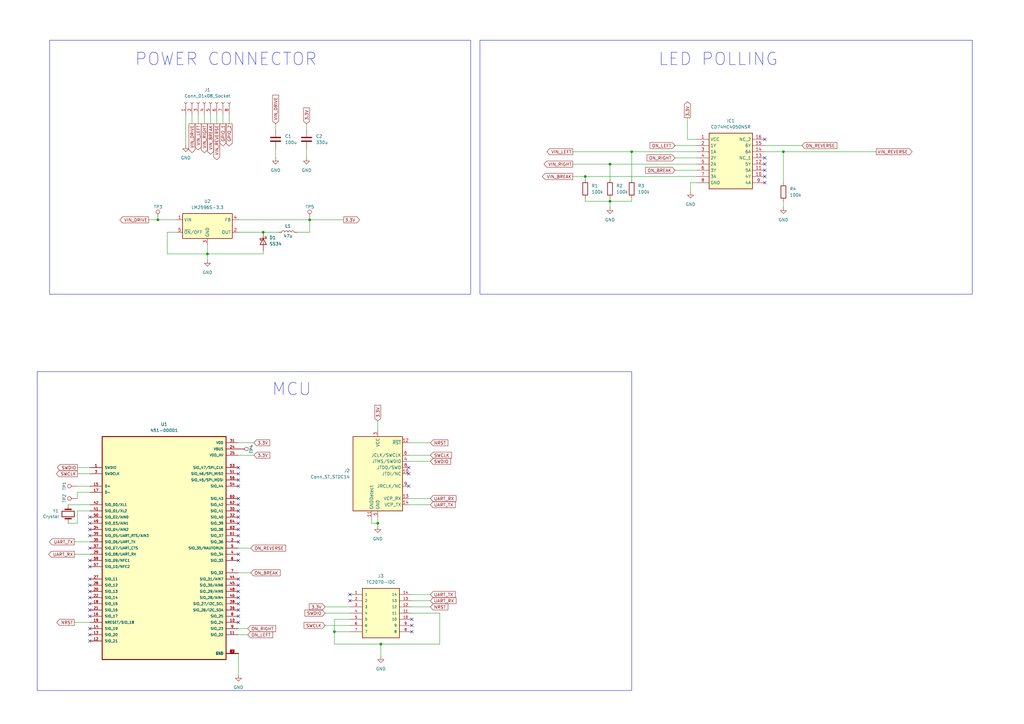
<source format=kicad_sch>
(kicad_sch (version 20231120) (generator "eeschema") (generator_version "8.0")
  (paper "A3")
  (title_block (title "ttl_receiver"))
  (lib_symbols
    (symbol "Connector:Conn_01x08_Socket" (pin_names (offset 1.016) hide)
      (property "Reference" "J" (at 0 10.16 0))
      (property "Value" "Conn_01x08_Socket" (at 0 -12.7 0))
      (symbol "Conn_01x08_Socket_1_1"
        (arc (start 0 -9.652) (mid -0.5058 -10.16) (end 0 -10.668) (stroke (width 0.1524)))
        (arc (start 0 -7.112) (mid -0.5058 -7.62) (end 0 -8.128) (stroke (width 0.1524)))
        (arc (start 0 -4.572) (mid -0.5058 -5.08) (end 0 -5.588) (stroke (width 0.1524)))
        (arc (start 0 -2.032) (mid -0.5058 -2.54) (end 0 -3.048) (stroke (width 0.1524)))
        (polyline (pts (xy -1.27 -10.16) (xy -0.508 -10.16)) (stroke (width 0.1524)))
        (polyline (pts (xy -1.27 -7.62) (xy -0.508 -7.62)) (stroke (width 0.1524)))
        (polyline (pts (xy -1.27 -5.08) (xy -0.508 -5.08)) (stroke (width 0.1524)))
        (polyline (pts (xy -1.27 -2.54) (xy -0.508 -2.54)) (stroke (width 0.1524)))
        (polyline (pts (xy -1.27 0) (xy -0.508 0)) (stroke (width 0.1524)))
        (polyline (pts (xy -1.27 2.54) (xy -0.508 2.54)) (stroke (width 0.1524)))
        (polyline (pts (xy -1.27 5.08) (xy -0.508 5.08)) (stroke (width 0.1524)))
        (polyline (pts (xy -1.27 7.62) (xy -0.508 7.62)) (stroke (width 0.1524)))
        (arc (start 0 0.508) (mid -0.5058 0) (end 0 -0.508) (stroke (width 0.1524)))
        (arc (start 0 3.048) (mid -0.5058 2.54) (end 0 2.032) (stroke (width 0.1524)))
        (arc (start 0 5.588) (mid -0.5058 5.08) (end 0 4.572) (stroke (width 0.1524)))
        (arc (start 0 8.128) (mid -0.5058 7.62) (end 0 7.112) (stroke (width 0.1524)))
        (pin passive line (at -5.08 7.62 0) (length 3.81) (name "Pin_1") (number "1"))
        (pin passive line (at -5.08 5.08 0) (length 3.81) (name "Pin_2") (number "2"))
        (pin passive line (at -5.08 2.54 0) (length 3.81) (name "Pin_3") (number "3"))
        (pin passive line (at -5.08 0 0) (length 3.81) (name "Pin_4") (number "4"))
        (pin passive line (at -5.08 -2.54 0) (length 3.81) (name "Pin_5") (number "5"))
        (pin passive line (at -5.08 -5.08 0) (length 3.81) (name "Pin_6") (number "6"))
        (pin passive line (at -5.08 -7.62 0) (length 3.81) (name "Pin_7") (number "7"))
        (pin passive line (at -5.08 -10.16 0) (length 3.81) (name "Pin_8") (number "8"))
      )
    )
    (symbol "Connector:Conn_ST_STDC14"
      (property "Reference" "J" (at -8.89 16.51 0))
      (property "Value" "Conn_ST_STDC14" (at 17.78 16.51 0))
      (symbol "Conn_ST_STDC14_0_1"
        (rectangle (start -10.16 15.24) (end 10.16 -15.24) (stroke (width 0.254)) (fill (type background)))
      )
      (symbol "Conn_ST_STDC14_1_1"
        (pin no_connect line (at -10.16 5.08 0) (length 2.54) hide (name "NC") (number "1"))
        (pin output line (at 12.7 0 180) (length 2.54) (name "JTDI/NC") (number "10"))
        (pin passive line (at -2.54 -17.78 90) (length 2.54) (name "GNDDetect") (number "11"))
        (pin open_collector line (at 12.7 12.7 180) (length 2.54) (name "~{RST}") (number "12"))
        (pin output line (at 12.7 -10.16 180) (length 2.54) (name "VCP_RX") (number "13"))
        (pin input line (at 12.7 -12.7 180) (length 2.54) (name "VCP_TX") (number "14"))
        (pin no_connect line (at -10.16 2.54 0) (length 2.54) hide (name "NC") (number "2"))
        (pin power_in line (at 0 17.78 270) (length 2.54) (name "VCC") (number "3"))
        (pin bidirectional line (at 12.7 5.08 180) (length 2.54) (name "JTMS/SWDIO") (number "4"))
        (pin power_in line (at 0 -17.78 90) (length 2.54) (name "GND") (number "5"))
        (pin output line (at 12.7 7.62 180) (length 2.54) (name "JCLK/SWCLK") (number "6"))
        (pin passive line (at 0 -17.78 90) (length 2.54) hide (name "GND") (number "7"))
        (pin input line (at 12.7 2.54 180) (length 2.54) (name "JTDO/SWO") (number "8"))
        (pin input line (at 12.7 -5.08 180) (length 2.54) (name "JRCLK/NC") (number "9"))
      )
    )
    (symbol "Connector:TestPoint" (pin_numbers hide) (pin_names (offset 0.762) hide)
      (property "Reference" "TP" (at 0 6.858 0))
      (property "Value" "TestPoint" (at 0 5.08 0))
      (symbol "TestPoint_0_1"
        (circle (center 0 3.302) (radius 0.762))
      )
      (symbol "TestPoint_1_1"
        (pin passive line (at 0 0 90) (length 2.54) (name "1") (number "1"))
      )
    )
    (symbol "Device:C" (pin_numbers hide) (pin_names (offset 0.254))
      (property "Reference" "C" (at 0.635 2.54 0))
      (property "Value" "C" (at 0.635 -2.54 0))
      (symbol "C_0_1"
        (polyline (pts (xy -2.032 -0.762) (xy 2.032 -0.762)) (stroke (width 0.508)))
        (polyline (pts (xy -2.032 0.762) (xy 2.032 0.762)) (stroke (width 0.508)))
      )
      (symbol "C_1_1"
        (pin passive line (at 0 3.81 270) (length 2.794) (name "~") (number "1"))
        (pin passive line (at 0 -3.81 90) (length 2.794) (name "~") (number "2"))
      )
    )
    (symbol "Device:Crystal" (pin_numbers hide) (pin_names (offset 1.016) hide)
      (property "Reference" "Y" (at 0 3.81 0))
      (property "Value" "Crystal" (at 0 -3.81 0))
      (symbol "Crystal_0_1"
        (rectangle (start -1.143 2.54) (end 1.143 -2.54) (stroke (width 0.3048)))
        (polyline (pts (xy -2.54 0) (xy -1.905 0)))
        (polyline (pts (xy -1.905 -1.27) (xy -1.905 1.27)) (stroke (width 0.508)))
        (polyline (pts (xy 1.905 -1.27) (xy 1.905 1.27)) (stroke (width 0.508)))
        (polyline (pts (xy 2.54 0) (xy 1.905 0)))
      )
      (symbol "Crystal_1_1"
        (pin passive line (at -3.81 0 0) (length 1.27) (name "1") (number "1"))
        (pin passive line (at 3.81 0 180) (length 1.27) (name "2") (number "2"))
      )
    )
    (symbol "Device:L" (pin_numbers hide) (pin_names (offset 1.016) hide)
      (property "Reference" "L" (at -1.27 0 90))
      (property "Value" "L" (at 1.905 0 90))
      (symbol "L_0_1"
        (arc (start 0 -2.54) (mid 0.6323 -1.905) (end 0 -1.27))
        (arc (start 0 -1.27) (mid 0.6323 -0.635) (end 0 0))
        (arc (start 0 0) (mid 0.6323 0.635) (end 0 1.27))
        (arc (start 0 1.27) (mid 0.6323 1.905) (end 0 2.54))
      )
      (symbol "L_1_1"
        (pin passive line (at 0 3.81 270) (length 1.27) (name "1") (number "1"))
        (pin passive line (at 0 -3.81 90) (length 1.27) (name "2") (number "2"))
      )
    )
    (symbol "Device:R" (pin_numbers hide) (pin_names (offset 0))
      (property "Reference" "R" (at 2.032 0 90))
      (property "Value" "R" (at 0 0 90))
      (symbol "R_0_1"
        (rectangle (start -1.016 -2.54) (end 1.016 2.54) (stroke (width 0.254)))
      )
      (symbol "R_1_1"
        (pin passive line (at 0 3.81 270) (length 1.27) (name "~") (number "1"))
        (pin passive line (at 0 -3.81 90) (length 1.27) (name "~") (number "2"))
      )
    )
    (symbol "Diode:SS34" (pin_numbers hide) (pin_names (offset 1.016) hide)
      (property "Reference" "D" (at 0 2.54 0))
      (property "Value" "SS34" (at 0 -2.54 0))
      (symbol "SS34_0_1"
        (polyline (pts (xy 1.27 0) (xy -1.27 0)))
        (polyline (pts (xy 1.27 1.27) (xy 1.27 -1.27) (xy -1.27 0) (xy 1.27 1.27)) (stroke (width 0.254)))
        (polyline (pts (xy -1.905 0.635) (xy -1.905 1.27) (xy -1.27 1.27) (xy -1.27 -1.27) (xy -0.635 -1.27) (xy -0.635 -0.635)) (stroke (width 0.254)))
      )
      (symbol "SS34_1_1"
        (pin passive line (at -3.81 0 0) (length 2.54) (name "K") (number "1"))
        (pin passive line (at 3.81 0 180) (length 2.54) (name "A") (number "2"))
      )
    )
    (symbol "Regulator_Switching:LM2596S-3.3"
      (property "Reference" "U" (at -10.16 6.35 0))
      (property "Value" "LM2596S-3.3" (at 0 6.35 0))
      (symbol "LM2596S-3.3_0_1"
        (rectangle (start -10.16 5.08) (end 10.16 -5.08) (stroke (width 0.254)) (fill (type background)))
      )
      (symbol "LM2596S-3.3_1_1"
        (pin power_in line (at -12.7 2.54 0) (length 2.54) (name "VIN") (number "1"))
        (pin output line (at 12.7 -2.54 180) (length 2.54) (name "OUT") (number "2"))
        (pin power_in line (at 0 -7.62 90) (length 2.54) (name "GND") (number "3"))
        (pin input line (at 12.7 2.54 180) (length 2.54) (name "FB") (number "4"))
        (pin input line (at -12.7 -2.54 0) (length 2.54) (name "~{ON}/OFF") (number "5"))
      )
    )
    (symbol "TTF_Library:451-00001" (pin_names (offset 1.016))
      (property "Reference" "U" (at -25.4413 45.7943 0))
      (property "Value" "451-00001" (at -25.4173 -48.2928 0))
      (symbol "451-00001_0_0"
        (rectangle (start -25.4 -45.72) (end 25.4 45.72) (stroke (width 0.4064)) (fill (type background)))
        (pin power_in line (at 30.48 -43.18 180) (length 5.08) (name "GND") (number "0"))
        (pin input line (at -30.48 33.02 0) (length 5.08) (name "SWDIO") (number "1"))
        (pin bidirectional line (at 30.48 -30.48 180) (length 5.08) (name "SIO_24") (number "10"))
        (pin bidirectional line (at 30.48 -35.56 180) (length 5.08) (name "SIO_22") (number "11"))
        (pin bidirectional line (at -30.48 -38.1 0) (length 5.08) (name "SIO_21") (number "12"))
        (pin bidirectional line (at -30.48 -35.56 0) (length 5.08) (name "SIO_20") (number "13"))
        (pin bidirectional line (at -30.48 -33.02 0) (length 5.08) (name "SIO_19") (number "14"))
        (pin bidirectional line (at -30.48 25.4 0) (length 5.08) (name "D+") (number "15"))
        (pin bidirectional line (at -30.48 -27.94 0) (length 5.08) (name "SIO_17") (number "16"))
        (pin bidirectional line (at -30.48 22.86 0) (length 5.08) (name "D-") (number "17"))
        (pin bidirectional line (at -30.48 -22.86 0) (length 5.08) (name "SIO_15") (number "18"))
        (pin bidirectional line (at -30.48 -30.48 0) (length 5.08) (name "NRESET/SIO_18") (number "19"))
        (pin bidirectional line (at 30.48 2.54 180) (length 5.08) (name "SIO_36") (number "2"))
        (pin bidirectional line (at -30.48 -17.78 0) (length 5.08) (name "SIO_13") (number "20"))
        (pin bidirectional line (at -30.48 -25.4 0) (length 5.08) (name "SIO_16") (number "21"))
        (pin bidirectional line (at -30.48 -20.32 0) (length 5.08) (name "SIO_14") (number "22"))
        (pin power_in line (at 30.48 -43.18 180) (length 5.08) (name "GND") (number "23"))
        (pin power_in line (at 30.48 40.64 180) (length 5.08) (name "VBUS") (number "24"))
        (pin power_in line (at 30.48 38.1 180) (length 5.08) (name "VDD_HV") (number "25"))
        (pin power_in line (at 30.48 -43.18 180) (length 5.08) (name "GND") (number "26"))
        (pin bidirectional line (at -30.48 -12.7 0) (length 5.08) (name "SIO_11") (number "27"))
        (pin bidirectional line (at -30.48 -15.24 0) (length 5.08) (name "SIO_12") (number "28"))
        (pin bidirectional line (at -30.48 -2.54 0) (length 5.08) (name "SIO_08/UART_RX") (number "29"))
        (pin bidirectional line (at -30.48 30.48 0) (length 5.08) (name "SWDCLK") (number "3"))
        (pin bidirectional line (at 30.48 15.24 180) (length 5.08) (name "SIO_41") (number "30"))
        (pin power_in line (at 30.48 43.18 180) (length 5.08) (name "VDD") (number "31"))
        (pin bidirectional line (at 30.48 12.7 180) (length 5.08) (name "SIO_40") (number "32"))
        (pin power_in line (at 30.48 -43.18 180) (length 5.08) (name "GND") (number "33"))
        (pin bidirectional line (at -30.48 7.62 0) (length 5.08) (name "SIO_04/AIN2") (number "34"))
        (pin bidirectional line (at -30.48 2.54 0) (length 5.08) (name "SIO_06/UART_TX") (number "35"))
        (pin bidirectional line (at 30.48 -25.4 180) (length 5.08) (name "SIO_26/I2C_SDA") (number "36"))
        (pin bidirectional line (at -30.48 0 0) (length 5.08) (name "SIO_07/UART_CTS") (number "37"))
        (pin bidirectional line (at 30.48 -22.86 180) (length 5.08) (name "SIO_27/I2C_SCL") (number "38"))
        (pin bidirectional line (at -30.48 5.08 0) (length 5.08) (name "SIO_05/UART_RTS/AIN3") (number "39"))
        (pin bidirectional line (at 30.48 -2.54 180) (length 5.08) (name "SIO_34") (number "4"))
        (pin power_in line (at 30.48 -43.18 180) (length 5.08) (name "GND") (number "40"))
        (pin bidirectional line (at -30.48 15.24 0) (length 5.08) (name "SIO_01/XL2") (number "41"))
        (pin bidirectional line (at -30.48 17.78 0) (length 5.08) (name "SIO_00/XL1") (number "42"))
        (pin power_in line (at 30.48 -43.18 180) (length 5.08) (name "GND") (number "43"))
        (pin bidirectional line (at 30.48 -12.7 180) (length 5.08) (name "SIO_31/AIN7") (number "44"))
        (pin bidirectional line (at 30.48 -15.24 180) (length 5.08) (name "SIO_30/AIN6") (number "45"))
        (pin bidirectional line (at 30.48 -20.32 180) (length 5.08) (name "SIO_28/AIN4") (number "46"))
        (pin power_in line (at 30.48 -43.18 180) (length 5.08) (name "GND") (number "47"))
        (pin bidirectional line (at 30.48 -17.78 180) (length 5.08) (name "SIO_29/AIN5") (number "48"))
        (pin bidirectional line (at -30.48 10.16 0) (length 5.08) (name "SIO_03/AIN1") (number "49"))
        (pin bidirectional line (at 30.48 0 180) (length 5.08) (name "SIO_35/NAUTORUN") (number "5"))
        (pin bidirectional line (at -30.48 12.7 0) (length 5.08) (name "SIO_02/AIN0") (number "50"))
        (pin bidirectional line (at 30.48 30.48 180) (length 5.08) (name "SIO_46/SPI_MISO") (number "51"))
        (pin power_in line (at 30.48 -43.18 180) (length 5.08) (name "GND") (number "52"))
        (pin bidirectional line (at 30.48 33.02 180) (length 5.08) (name "SIO_47/SPI_CLK") (number "53"))
        (pin bidirectional line (at 30.48 25.4 180) (length 5.08) (name "SIO_44") (number "54"))
        (pin power_in line (at 30.48 -43.18 180) (length 5.08) (name "GND") (number "55"))
        (pin bidirectional line (at 30.48 27.94 180) (length 5.08) (name "SIO_45/SPI_MOSI") (number "56"))
        (pin bidirectional line (at -30.48 -7.62 0) (length 5.08) (name "SIO_10/NFC2") (number "57"))
        (pin power_in line (at 30.48 -43.18 180) (length 5.08) (name "GND") (number "58"))
        (pin bidirectional line (at -30.48 -5.08 0) (length 5.08) (name "SIO_09/NFC1") (number "59"))
        (pin bidirectional line (at 30.48 -5.08 180) (length 5.08) (name "SIO_33") (number "6"))
        (pin bidirectional line (at 30.48 20.32 180) (length 5.08) (name "SIO_43") (number "60"))
        (pin bidirectional line (at 30.48 5.08 180) (length 5.08) (name "SIO_37") (number "61"))
        (pin bidirectional line (at 30.48 17.78 180) (length 5.08) (name "SIO_42") (number "62"))
        (pin bidirectional line (at 30.48 7.62 180) (length 5.08) (name "SIO_38") (number "63"))
        (pin bidirectional line (at 30.48 10.16 180) (length 5.08) (name "SIO_39") (number "64"))
        (pin power_in line (at 30.48 -43.18 180) (length 5.08) (name "GND") (number "65"))
        (pin power_in line (at 30.48 -43.18 180) (length 5.08) (name "GND") (number "66"))
        (pin power_in line (at 30.48 -43.18 180) (length 5.08) (name "GND") (number "67"))
        (pin power_in line (at 30.48 -43.18 180) (length 5.08) (name "GND") (number "68"))
        (pin power_in line (at 30.48 -43.18 180) (length 5.08) (name "GND") (number "69"))
        (pin bidirectional line (at 30.48 -10.16 180) (length 5.08) (name "SIO_32") (number "7"))
        (pin power_in line (at 30.48 -43.18 180) (length 5.08) (name "GND") (number "70"))
        (pin power_in line (at 30.48 -43.18 180) (length 5.08) (name "GND") (number "71"))
        (pin bidirectional line (at 30.48 -27.94 180) (length 5.08) (name "SIO_25") (number "8"))
        (pin bidirectional line (at 30.48 -33.02 180) (length 5.08) (name "SIO_23") (number "9"))
      )
    )
    (symbol "TTF_Library:CD74HC4050NSR"
      (property "Reference" "IC" (at 24.13 7.62 0))
      (property "Value" "CD74HC4050NSR" (at 24.13 5.08 0))
      (symbol "CD74HC4050NSR_1_1"
        (rectangle (start 5.08 2.54) (end 22.86 -20.32) (stroke (width 0.254)) (fill (type background)))
        (pin passive line (at 0 0 0) (length 5.08) (name "VCC") (number "1"))
        (pin passive line (at 27.94 -15.24 180) (length 5.08) (name "4Y") (number "10"))
        (pin passive line (at 27.94 -12.7 180) (length 5.08) (name "5A") (number "11"))
        (pin passive line (at 27.94 -10.16 180) (length 5.08) (name "5Y") (number "12"))
        (pin passive line (at 27.94 -7.62 180) (length 5.08) (name "NC_1") (number "13"))
        (pin passive line (at 27.94 -5.08 180) (length 5.08) (name "6A") (number "14"))
        (pin passive line (at 27.94 -2.54 180) (length 5.08) (name "6Y") (number "15"))
        (pin passive line (at 27.94 0 180) (length 5.08) (name "NC_2") (number "16"))
        (pin passive line (at 0 -2.54 0) (length 5.08) (name "1Y") (number "2"))
        (pin passive line (at 0 -5.08 0) (length 5.08) (name "1A") (number "3"))
        (pin passive line (at 0 -7.62 0) (length 5.08) (name "2Y") (number "4"))
        (pin passive line (at 0 -10.16 0) (length 5.08) (name "2A") (number "5"))
        (pin passive line (at 0 -12.7 0) (length 5.08) (name "3Y") (number "6"))
        (pin passive line (at 0 -15.24 0) (length 5.08) (name "3A") (number "7"))
        (pin passive line (at 0 -17.78 0) (length 5.08) (name "GND") (number "8"))
        (pin passive line (at 27.94 -17.78 180) (length 5.08) (name "4A") (number "9"))
      )
    )
    (symbol "TTF_Library:TC2070-IDC" (pin_names (offset 1.016))
      (property "Reference" "J" (at -7.62 10.922 0))
      (property "Value" "TC2070-IDC" (at -7.62 -12.7 0))
      (symbol "TC2070-IDC_0_0"
        (rectangle (start -7.62 -10.16) (end 7.62 10.16) (stroke (width 0.254)) (fill (type background)))
        (pin passive line (at -12.7 7.62 0) (length 5.08) (name "1") (number "1"))
        (pin passive line (at 12.7 -2.54 180) (length 5.08) (name "10") (number "10"))
        (pin passive line (at 12.7 0 180) (length 5.08) (name "11") (number "11"))
        (pin passive line (at 12.7 2.54 180) (length 5.08) (name "12") (number "12"))
        (pin passive line (at 12.7 5.08 180) (length 5.08) (name "13") (number "13"))
        (pin passive line (at 12.7 7.62 180) (length 5.08) (name "14") (number "14"))
        (pin passive line (at -12.7 5.08 0) (length 5.08) (name "2") (number "2"))
        (pin passive line (at -12.7 2.54 0) (length 5.08) (name "3") (number "3"))
        (pin passive line (at -12.7 0 0) (length 5.08) (name "4") (number "4"))
        (pin passive line (at -12.7 -2.54 0) (length 5.08) (name "5") (number "5"))
        (pin passive line (at -12.7 -5.08 0) (length 5.08) (name "6") (number "6"))
        (pin passive line (at -12.7 -7.62 0) (length 5.08) (name "7") (number "7"))
        (pin passive line (at 12.7 -7.62 180) (length 5.08) (name "8") (number "8"))
        (pin passive line (at 12.7 -5.08 180) (length 5.08) (name "9") (number "9"))
      )
    )
    (symbol "power:GND" (power) (pin_numbers hide) (pin_names (offset 0) hide)
      (property "Value" "GND" (at 0 -3.81 0))
      (symbol "GND_0_1"
        (polyline (pts (xy 0 0) (xy 0 -1.27) (xy 1.27 -1.27) (xy 0 -2.54) (xy -1.27 -1.27) (xy 0 -1.27)))
      )
      (symbol "GND_1_1"
        (pin power_in line (at 0 0 270) (length 0) (name "~") (number "1"))
      )
    )
  )
  (junction (at 259.08 62.23))
  (junction (at 85.09 104.14))
  (junction (at 321.31 62.23))
  (junction (at 127 90.17))
  (junction (at 137.16 259.08))
  (junction (at 156.21 264.16))
  (junction (at 240.03 72.39))
  (junction (at 154.94 214.63))
  (junction (at 107.95 95.25))
  (junction (at 64.77 90.17))
  (junction (at 250.19 67.31))
  (junction (at 250.19 82.55))
  (no_connect (at 168.91 259.08))
  (no_connect (at 167.64 191.77))
  (no_connect (at 97.79 217.17))
  (no_connect (at 36.83 247.65))
  (no_connect (at 36.83 229.87))
  (no_connect (at 313.69 57.15))
  (no_connect (at 36.83 217.17))
  (no_connect (at 97.79 204.47))
  (no_connect (at 36.83 212.09))
  (no_connect (at 36.83 252.73))
  (no_connect (at 36.83 219.71))
  (no_connect (at 168.91 256.54))
  (no_connect (at 167.64 194.31))
  (no_connect (at 36.83 214.63))
  (no_connect (at 36.83 232.41))
  (no_connect (at 97.79 237.49))
  (no_connect (at 97.79 250.19))
  (no_connect (at 36.83 245.11))
  (no_connect (at 97.79 212.09))
  (no_connect (at 97.79 207.01))
  (no_connect (at 97.79 209.55))
  (no_connect (at 97.79 222.25))
  (no_connect (at 97.79 247.65))
  (no_connect (at 143.51 246.38))
  (no_connect (at 97.79 245.11))
  (no_connect (at 36.83 240.03))
  (no_connect (at 36.83 262.89))
  (no_connect (at 168.91 254))
  (no_connect (at 313.69 69.85))
  (no_connect (at 97.79 255.27))
  (no_connect (at 97.79 227.33))
  (no_connect (at 143.51 243.84))
  (no_connect (at 36.83 224.79))
  (no_connect (at 97.79 242.57))
  (no_connect (at 313.69 74.93))
  (no_connect (at 167.64 199.39))
  (no_connect (at 97.79 252.73))
  (no_connect (at 36.83 257.81))
  (no_connect (at 97.79 199.39))
  (no_connect (at 97.79 191.77))
  (no_connect (at 36.83 250.19))
  (no_connect (at 97.79 219.71))
  (no_connect (at 36.83 237.49))
  (no_connect (at 97.79 229.87))
  (no_connect (at 313.69 64.77))
  (no_connect (at 313.69 72.39))
  (no_connect (at 97.79 194.31))
  (no_connect (at 97.79 214.63))
  (no_connect (at 36.83 242.57))
  (no_connect (at 97.79 240.03))
  (no_connect (at 97.79 196.85))
  (no_connect (at 313.69 67.31))
  (no_connect (at 36.83 260.35))
  (wire (pts (xy 176.53 243.84) (xy 168.91 243.84)))
  (wire (pts (xy 234.95 62.23) (xy 259.08 62.23)))
  (wire (pts (xy 85.09 104.14) (xy 107.95 104.14)))
  (wire (pts (xy 250.19 81.28) (xy 250.19 82.55)))
  (wire (pts (xy 152.4 214.63) (xy 152.4 212.09)))
  (wire (pts (xy 127 90.17) (xy 140.97 90.17)))
  (wire (pts (xy 72.39 95.25) (xy 68.58 95.25)))
  (wire (pts (xy 176.53 248.92) (xy 168.91 248.92)))
  (wire (pts (xy 137.16 259.08) (xy 143.51 259.08)))
  (wire (pts (xy 154.94 172.72) (xy 154.94 176.53)))
  (wire (pts (xy 143.51 254) (xy 137.16 254)))
  (wire (pts (xy 78.74 46.99) (xy 78.74 50.8)))
  (wire (pts (xy 86.36 46.99) (xy 86.36 50.8)))
  (wire (pts (xy 30.48 222.25) (xy 36.83 222.25)))
  (wire (pts (xy 321.31 62.23) (xy 313.69 62.23)))
  (wire (pts (xy 85.09 104.14) (xy 85.09 100.33)))
  (wire (pts (xy 180.34 251.46) (xy 180.34 264.16)))
  (wire (pts (xy 97.79 257.81) (xy 101.6 257.81)))
  (wire (pts (xy 107.95 104.14) (xy 107.95 102.87)))
  (wire (pts (xy 93.98 46.99) (xy 93.98 50.8)))
  (wire (pts (xy 276.86 64.77) (xy 285.75 64.77)))
  (wire (pts (xy 137.16 264.16) (xy 156.21 264.16)))
  (wire (pts (xy 281.94 57.15) (xy 285.75 57.15)))
  (wire (pts (xy 68.58 104.14) (xy 85.09 104.14)))
  (wire (pts (xy 168.91 251.46) (xy 180.34 251.46)))
  (wire (pts (xy 359.41 62.23) (xy 321.31 62.23)))
  (wire (pts (xy 240.03 72.39) (xy 285.75 72.39)))
  (wire (pts (xy 127 90.17) (xy 97.79 90.17)))
  (wire (pts (xy 30.48 255.27) (xy 36.83 255.27)))
  (wire (pts (xy 259.08 81.28) (xy 259.08 82.55)))
  (wire (pts (xy 250.19 73.66) (xy 250.19 67.31)))
  (wire (pts (xy 250.19 82.55) (xy 259.08 82.55)))
  (wire (pts (xy 137.16 254) (xy 137.16 259.08)))
  (wire (pts (xy 107.95 95.25) (xy 114.3 95.25)))
  (wire (pts (xy 321.31 85.09) (xy 321.31 82.55)))
  (wire (pts (xy 31.75 199.39) (xy 36.83 199.39)))
  (wire (pts (xy 133.35 251.46) (xy 143.51 251.46)))
  (wire (pts (xy 31.75 194.31) (xy 36.83 194.31)))
  (wire (pts (xy 76.2 59.69) (xy 76.2 46.99)))
  (wire (pts (xy 104.14 181.61) (xy 97.79 181.61)))
  (wire (pts (xy 234.95 72.39) (xy 240.03 72.39)))
  (wire (pts (xy 156.21 264.16) (xy 156.21 269.24)))
  (wire (pts (xy 154.94 214.63) (xy 154.94 212.09)))
  (wire (pts (xy 81.28 46.99) (xy 81.28 50.8)))
  (wire (pts (xy 276.86 59.69) (xy 285.75 59.69)))
  (wire (pts (xy 125.73 64.77) (xy 125.73 60.96)))
  (wire (pts (xy 240.03 82.55) (xy 250.19 82.55)))
  (wire (pts (xy 133.35 248.92) (xy 143.51 248.92)))
  (wire (pts (xy 154.94 215.9) (xy 154.94 214.63)))
  (wire (pts (xy 121.92 95.25) (xy 127 95.25)))
  (wire (pts (xy 125.73 50.8) (xy 125.73 53.34)))
  (wire (pts (xy 176.53 186.69) (xy 167.64 186.69)))
  (wire (pts (xy 113.03 64.77) (xy 113.03 60.96)))
  (wire (pts (xy 250.19 85.09) (xy 250.19 82.55)))
  (wire (pts (xy 97.79 276.86) (xy 97.79 267.97)))
  (wire (pts (xy 127 95.25) (xy 127 90.17)))
  (wire (pts (xy 113.03 53.34) (xy 113.03 50.8)))
  (wire (pts (xy 31.75 209.55) (xy 36.83 209.55)))
  (wire (pts (xy 276.86 69.85) (xy 285.75 69.85)))
  (wire (pts (xy 60.96 90.17) (xy 64.77 90.17)))
  (wire (pts (xy 176.53 246.38) (xy 168.91 246.38)))
  (wire (pts (xy 240.03 73.66) (xy 240.03 72.39)))
  (wire (pts (xy 137.16 259.08) (xy 137.16 264.16)))
  (wire (pts (xy 321.31 62.23) (xy 321.31 74.93)))
  (wire (pts (xy 176.53 204.47) (xy 167.64 204.47)))
  (wire (pts (xy 85.09 106.68) (xy 85.09 104.14)))
  (wire (pts (xy 250.19 67.31) (xy 285.75 67.31)))
  (wire (pts (xy 234.95 67.31) (xy 250.19 67.31)))
  (wire (pts (xy 176.53 207.01) (xy 167.64 207.01)))
  (wire (pts (xy 83.82 46.99) (xy 83.82 50.8)))
  (wire (pts (xy 156.21 264.16) (xy 180.34 264.16)))
  (wire (pts (xy 176.53 189.23) (xy 167.64 189.23)))
  (wire (pts (xy 97.79 234.95) (xy 102.87 234.95)))
  (wire (pts (xy 97.79 186.69) (xy 104.14 186.69)))
  (wire (pts (xy 36.83 201.93) (xy 31.75 201.93)))
  (wire (pts (xy 91.44 46.99) (xy 91.44 50.8)))
  (wire (pts (xy 27.94 207.01) (xy 36.83 207.01)))
  (wire (pts (xy 68.58 95.25) (xy 68.58 104.14)))
  (wire (pts (xy 31.75 201.93) (xy 31.75 204.47)))
  (wire (pts (xy 133.35 256.54) (xy 143.51 256.54)))
  (wire (pts (xy 313.69 59.69) (xy 328.93 59.69)))
  (wire (pts (xy 97.79 224.79) (xy 102.87 224.79)))
  (wire (pts (xy 281.94 48.26) (xy 281.94 57.15)))
  (wire (pts (xy 30.48 227.33) (xy 36.83 227.33)))
  (wire (pts (xy 154.94 214.63) (xy 152.4 214.63)))
  (wire (pts (xy 88.9 46.99) (xy 88.9 50.8)))
  (wire (pts (xy 31.75 214.63) (xy 27.94 214.63)))
  (wire (pts (xy 259.08 62.23) (xy 285.75 62.23)))
  (wire (pts (xy 31.75 209.55) (xy 31.75 214.63)))
  (wire (pts (xy 285.75 74.93) (xy 283.21 74.93)))
  (wire (pts (xy 97.79 260.35) (xy 101.6 260.35)))
  (wire (pts (xy 283.21 78.74) (xy 283.21 74.93)))
  (wire (pts (xy 64.77 90.17) (xy 72.39 90.17)))
  (wire (pts (xy 176.53 181.61) (xy 167.64 181.61)))
  (wire (pts (xy 259.08 73.66) (xy 259.08 62.23)))
  (wire (pts (xy 240.03 81.28) (xy 240.03 82.55)))
  (wire (pts (xy 97.79 95.25) (xy 107.95 95.25)))
  (wire (pts (xy 31.75 191.77) (xy 36.83 191.77)))
  (rectangle (start 20.32 16.51) (end 193.04 120.65))
  (rectangle (start 196.85 16.51) (end 398.78 120.65))
  (rectangle (start 15.24 152.4) (end 259.08 283.21))
  (text "MCU" (at 119.634 159.766 0) (effects (font (size 5.08 5.08))))
  (text "LED POLLING" (at 294.5458 24.3803 0) (effects (font (size 5.08 5.08))))
  (text "POWER CONNECTOR" (at 92.71 24.384 0) (effects (font (size 5.08 5.08))))
  (global_label "GPIO_2" (shape output) (at 93.98 50.8 270) (property "Intersheetrefs" "${INTERSHEET_REFS}" (effects (hide yes))))
  (global_label "NRST" (shape input) (at 176.53 248.92 0) (property "Intersheetrefs" "${INTERSHEET_REFS}" (effects (hide yes))))
  (global_label "GPIO_1" (shape output) (at 91.44 50.8 270) (property "Intersheetrefs" "${INTERSHEET_REFS}" (effects (hide yes))))
  (global_label "ON_BREAK" (shape input) (at 102.87 234.95 0) (property "Intersheetrefs" "${INTERSHEET_REFS}" (effects (hide yes))))
  (global_label "ON_LEFT" (shape input) (at 101.6 260.35 0) (property "Intersheetrefs" "${INTERSHEET_REFS}" (effects (hide yes))))
  (global_label "ON_REVERSE" (shape input) (at 102.87 224.79 0) (property "Intersheetrefs" "${INTERSHEET_REFS}" (effects (hide yes))))
  (global_label "VIN_DRIVE" (shape input) (at 113.03 50.8 90) (property "Intersheetrefs" "${INTERSHEET_REFS}" (effects (hide yes))))
  (global_label "VIN_REVERSE" (shape output) (at 359.41 62.23 0) (property "Intersheetrefs" "${INTERSHEET_REFS}" (effects (hide yes))))
  (global_label "ON_RIGHT" (shape input) (at 101.6 257.81 0) (property "Intersheetrefs" "${INTERSHEET_REFS}" (effects (hide yes))))
  (global_label "SWCLK" (shape output) (at 31.75 194.31 180) (property "Intersheetrefs" "${INTERSHEET_REFS}" (effects (hide yes))))
  (global_label "SWDIO" (shape input) (at 176.53 189.23 0) (property "Intersheetrefs" "${INTERSHEET_REFS}" (effects (hide yes))))
  (global_label "VIN_REVERSE" (shape output) (at 88.9 50.8 270) (property "Intersheetrefs" "${INTERSHEET_REFS}" (effects (hide yes))))
  (global_label "UART_RX" (shape output) (at 30.48 227.33 180) (property "Intersheetrefs" "${INTERSHEET_REFS}" (effects (hide yes))))
  (global_label "3.3V" (shape input) (at 133.35 248.92 180) (property "Intersheetrefs" "${INTERSHEET_REFS}" (effects (hide yes))))
  (global_label "ON_BREAK" (shape input) (at 276.86 69.85 180) (property "Intersheetrefs" "${INTERSHEET_REFS}" (effects (hide yes))))
  (global_label "SWCLK" (shape input) (at 133.35 256.54 180) (property "Intersheetrefs" "${INTERSHEET_REFS}" (effects (hide yes))))
  (global_label "3.3V" (shape input) (at 104.14 181.61 0) (property "Intersheetrefs" "${INTERSHEET_REFS}" (effects (hide yes))))
  (global_label "VIN_DRIVE" (shape output) (at 78.74 50.8 270) (property "Intersheetrefs" "${INTERSHEET_REFS}" (effects (hide yes))))
  (global_label "ON_REVERSE" (shape input) (at 328.93 59.69 0) (property "Intersheetrefs" "${INTERSHEET_REFS}" (effects (hide yes))))
  (global_label "UART_RX" (shape input) (at 176.53 204.47 0) (property "Intersheetrefs" "${INTERSHEET_REFS}" (effects (hide yes))))
  (global_label "UART_TX" (shape output) (at 30.48 222.25 180) (property "Intersheetrefs" "${INTERSHEET_REFS}" (effects (hide yes))))
  (global_label "UART_TX" (shape input) (at 176.53 243.84 0) (property "Intersheetrefs" "${INTERSHEET_REFS}" (effects (hide yes))))
  (global_label "ON_RIGHT" (shape input) (at 276.86 64.77 180) (property "Intersheetrefs" "${INTERSHEET_REFS}" (effects (hide yes))))
  (global_label "SWDIO" (shape input) (at 133.35 251.46 180) (property "Intersheetrefs" "${INTERSHEET_REFS}" (effects (hide yes))))
  (global_label "3.3V" (shape input) (at 125.73 50.8 90) (property "Intersheetrefs" "${INTERSHEET_REFS}" (effects (hide yes))))
  (global_label "NRST" (shape output) (at 30.48 255.27 180) (property "Intersheetrefs" "${INTERSHEET_REFS}" (effects (hide yes))))
  (global_label "ON_LEFT" (shape input) (at 276.86 59.69 180) (property "Intersheetrefs" "${INTERSHEET_REFS}" (effects (hide yes))))
  (global_label "SWDIO" (shape output) (at 31.75 191.77 180) (property "Intersheetrefs" "${INTERSHEET_REFS}" (effects (hide yes))))
  (global_label "VIN_RIGHT" (shape output) (at 234.95 67.31 180) (property "Intersheetrefs" "${INTERSHEET_REFS}" (effects (hide yes))))
  (global_label "UART_RX" (shape input) (at 176.53 246.38 0) (property "Intersheetrefs" "${INTERSHEET_REFS}" (effects (hide yes))))
  (global_label "NRST" (shape input) (at 176.53 181.61 0) (property "Intersheetrefs" "${INTERSHEET_REFS}" (effects (hide yes))))
  (global_label "VIN_BREAK" (shape output) (at 234.95 72.39 180) (property "Intersheetrefs" "${INTERSHEET_REFS}" (effects (hide yes))))
  (global_label "VIN_LEFT" (shape output) (at 81.28 50.8 270) (property "Intersheetrefs" "${INTERSHEET_REFS}" (effects (hide yes))))
  (global_label "VIN_BREAK" (shape output) (at 86.36 50.8 270) (property "Intersheetrefs" "${INTERSHEET_REFS}" (effects (hide yes))))
  (global_label "3.3V" (shape input) (at 104.14 186.69 0) (property "Intersheetrefs" "${INTERSHEET_REFS}" (effects (hide yes))))
  (global_label "3.3V" (shape output) (at 281.94 48.26 90) (property "Intersheetrefs" "${INTERSHEET_REFS}" (effects (hide yes))))
  (global_label "SWCLK" (shape input) (at 176.53 186.69 0) (property "Intersheetrefs" "${INTERSHEET_REFS}" (effects (hide yes))))
  (global_label "VIN_DRIVE" (shape output) (at 60.96 90.17 180) (property "Intersheetrefs" "${INTERSHEET_REFS}" (effects (hide yes))))
  (global_label "3.3V" (shape input) (at 154.94 172.72 90) (property "Intersheetrefs" "${INTERSHEET_REFS}" (effects (hide yes))))
  (global_label "VIN_LEFT" (shape output) (at 234.95 62.23 180) (property "Intersheetrefs" "${INTERSHEET_REFS}" (effects (hide yes))))
  (global_label "VIN_RIGHT" (shape output) (at 83.82 50.8 270) (property "Intersheetrefs" "${INTERSHEET_REFS}" (effects (hide yes))))
  (global_label "3.3V" (shape output) (at 140.97 90.17 0) (property "Intersheetrefs" "${INTERSHEET_REFS}" (effects (hide yes))))
  (global_label "UART_TX" (shape input) (at 176.53 207.01 0) (property "Intersheetrefs" "${INTERSHEET_REFS}" (effects (hide yes))))
  (symbol (lib_id "Connector:TestPoint") (at 31.75 199.39 90) (unit 1)
    (property "Reference" "TP1" (at 26.416 201.168 0) (effects (justify left)))
    (property "Value" "TestPoint" (effects (hide yes)))
    (property "Footprint" "TestPoint:TestPoint_Pad_D2.0mm" (effects (hide yes)))
    (property "Description" "test point" (effects (hide yes)))
  )
  (symbol (lib_id "Device:Crystal") (at 27.94 210.82 90) (unit 1)
    (property "Reference" "Y1" (at 21.59 209.55 90) (effects (justify right)))
    (property "Value" "Crystal" (at 17.526 211.836 90) (effects (justify right)))
    (property "Footprint" "Crystal:Crystal_SMD_MicroCrystal_CC8V-T1A-2Pin_2.0x1.2mm" (effects (hide yes)))
    (property "Description" "Two pin crystal" (effects (hide yes)))
    (property "Mouser Part#" "428-201410-MC01" (effects (hide yes)))
    (property "LCSC Part#" "C5142652" (effects (hide yes)))
    (property "LCSC" "C5142652" (effects (hide yes)))
  )
  (symbol (lib_id "power:GND") (at 113.03 64.77 0) (unit 1)
    (property "Reference" "#PWR04" (effects (hide yes)))
    (property "Value" "GND" (at 113.03 69.85 0))
    (property "Description" "Power symbol creates a global label with name \"GND\" , ground" (effects (hide yes)))
  )
  (symbol (lib_id "TTF_Library:TC2070-IDC") (at 156.21 251.46 0) (unit 1)
    (property "Reference" "J3" (at 156.21 236.22 0))
    (property "Value" "TC2070-IDC" (at 156.21 238.76 0))
    (property "Footprint" "TTF_Lib:TAG-CONNECT_TC2070-IDC" (effects (hide yes)))
    (property "Datasheet" "https://www.tag-connect.com/wp-content/uploads/bsk-pdf-manager/TC2070-IDC-NL_Datasheet_12.pdf" (effects (hide yes)))
    (property "Description" "https://www.tag-connect.com/product/tc2070-idc-nl-050" (effects (hide yes)))
    (property "SnapEDA_Link" "https://www.snapeda.com/parts/TC2070-IDC/Tag-Connect/view-part/?ref=snap" (effects (hide yes)))
    (property "MP" "TC2070-IDC" (effects (hide yes)))
    (property "MANUFACTURER" "TAG Connect" (effects (hide yes)))
  )
  (symbol (lib_id "Regulator_Switching:LM2596S-3.3") (at 85.09 92.71 0) (unit 1)
    (property "Reference" "U2" (at 85.09 82.55 0))
    (property "Value" "LM2596S-3.3" (at 85.09 85.09 0))
    (property "Footprint" "Package_TO_SOT_SMD:TO-263-5_TabPin3" (effects (hide yes)))
    (property "Datasheet" "http://www.ti.com/lit/ds/symlink/lm2596.pdf" (effects (hide yes)))
    (property "Description" "3.3V 3A Step-Down Voltage Regulator, TO-263" (effects (hide yes)))
    (property "LCSC" "C5186052" (effects (hide yes)))
  )
  (symbol (lib_id "TTF_Library:CD74HC4050NSR") (at 285.75 57.15 0) (unit 1)
    (property "Reference" "IC1" (at 299.72 49.53 0))
    (property "Value" "CD74HC4050NSR" (at 299.72 52.07 0))
    (property "Footprint" "Package_SO:TSSOP-16_4.4x5mm_P0.65mm" (effects (hide yes)))
    (property "Datasheet" "https://www.ti.com/lit/gpn/cd74hc4050" (effects (hide yes)))
    (property "Description" "High Speed CMOS Logic Hex Non-Inverting Buffers" (effects (hide yes)))
    (property "Height" "2" (effects (hide yes)))
    (property "Mouser Part Number" "595-CD74HC4050NSR" (effects (hide yes)))
    (property "Mouser Price/Stock" "https://www.mouser.co.uk/ProductDetail/Texas-Instruments/CD74HC4050NSR?qs=xFfolx0DHx0NphgBW5EqrA%3D%3D" (effects (hide yes)))
    (property "Manufacturer_Name" "Texas Instruments" (effects (hide yes)))
    (property "Manufacturer_Part_Number" "CD74HC4050NSR" (effects (hide yes)))
    (property "LCSC" "C352825" (effects (hide yes)))
  )
  (symbol (lib_id "Device:R") (at 240.03 77.47 0) (unit 1)
    (property "Reference" "R1" (at 242.57 76.1999 0) (effects (justify left)))
    (property "Value" "100k" (at 242.57 78.7399 0) (effects (justify left)))
    (property "Footprint" "Capacitor_SMD:C_1206_3216Metric_Pad1.33x1.80mm_HandSolder" (effects (hide yes)))
    (property "Description" "Resistor" (effects (hide yes)))
    (property "LCSC" "C17900" (effects (hide yes)))
  )
  (symbol (lib_id "power:GND") (at 283.21 78.74 0) (unit 1)
    (property "Reference" "#PWR09" (effects (hide yes)))
    (property "Value" "GND" (at 283.21 83.82 0))
    (property "Description" "Power symbol creates a global label with name \"GND\" , ground" (effects (hide yes)))
  )
  (symbol (lib_id "power:GND") (at 250.19 85.09 0) (unit 1)
    (property "Reference" "#PWR08" (effects (hide yes)))
    (property "Value" "GND" (at 250.19 90.17 0))
    (property "Description" "Power symbol creates a global label with name \"GND\" , ground" (effects (hide yes)))
  )
  (symbol (lib_id "Connector:TestPoint") (at 64.77 90.17 0) (unit 1)
    (property "Reference" "TP3" (at 62.992 84.836 0) (effects (justify left)))
    (property "Value" "TestPoint" (effects (hide yes)))
    (property "Footprint" "TestPoint:TestPoint_Pad_D2.0mm" (effects (hide yes)))
    (property "Description" "test point" (effects (hide yes)))
  )
  (symbol (lib_id "Device:L") (at 118.11 95.25 90) (unit 1)
    (property "Reference" "L1" (at 118.11 92.71 90))
    (property "Value" "47u" (at 118.11 96.774 90))
    (property "Footprint" "Inductor_SMD:L_12x12mm_H8mm" (effects (hide yes)))
    (property "Description" "Inductor" (effects (hide yes)))
    (property "LCSC" "C2041853" (effects (hide yes)))
  )
  (symbol (lib_id "Diode:SS34") (at 107.95 99.06 270) (unit 1)
    (property "Reference" "D1" (at 110.49 97.4724 90) (effects (justify left)))
    (property "Value" "SS34" (at 110.49 100.0124 90) (effects (justify left)))
    (property "Footprint" "Diode_SMD:D_SMA" (effects (hide yes)))
    (property "Datasheet" "https://www.vishay.com/docs/88751/ss32.pdf" (effects (hide yes)))
    (property "Description" "40V 3A Schottky Diode, SMA" (effects (hide yes)))
    (property "LCSC" "C8678" (effects (hide yes)))
  )
  (symbol (lib_id "TTF_Library:451-00001") (at 67.31 224.79 0) (unit 1)
    (property "Reference" "U1" (at 67.31 173.99 0))
    (property "Value" "451-00001" (at 67.31 176.53 0))
    (property "Footprint" "TTF_Lib:XCVR_451-00001" (effects (hide yes)))
    (property "Datasheet" "https://www.lairdconnect.com/documentation/datasheet-bl654" (effects (hide yes)))
    (property "SnapEDA_Link" "https://www.snapeda.com/parts/451-00001/Laird/view-part/?ref=snap" (effects (hide yes)))
    (property "Description_1" "\n                        \n                            802.15.4, Bluetooth Bluetooth v5.0, Thread Transceiver Module 2.4GHz Integrated, Trace Surface Mount\n                        \n" (effects (hide yes)))
    (property "Package" "Module Laird -" (effects (hide yes)))
    (property "Check_prices" "https://www.snapeda.com/parts/451-00001/Laird/view-part/?ref=eda" (effects (hide yes)))
    (property "STANDARD" "Manufacturer Recommendations" (effects (hide yes)))
    (property "MF" "Laird -" (effects (hide yes)))
    (property "MP" "451-00001" (effects (hide yes)))
    (property "MANUFACTURER" "Laird Technology" (effects (hide yes)))
    (property "Mouser Part#" "814-451-00002" (effects (hide yes)))
    (property "LCSC" "C7185357" (effects (hide yes)))
  )
  (symbol (lib_id "Connector:TestPoint") (at 31.75 204.47 90) (unit 1)
    (property "Reference" "TP2" (at 26.416 206.248 0) (effects (justify left)))
    (property "Value" "TestPoint" (effects (hide yes)))
    (property "Footprint" "TestPoint:TestPoint_Pad_D2.0mm" (effects (hide yes)))
    (property "Description" "test point" (effects (hide yes)))
  )
  (symbol (lib_id "Connector:TestPoint") (at 127 90.17 0) (unit 1)
    (property "Reference" "TP5" (at 125.222 84.836 0) (effects (justify left)))
    (property "Value" "TestPoint" (effects (hide yes)))
    (property "Footprint" "TestPoint:TestPoint_Pad_D2.0mm" (effects (hide yes)))
    (property "Description" "test point" (effects (hide yes)))
  )
  (symbol (lib_id "Device:R") (at 321.31 78.74 0) (unit 1)
    (property "Reference" "R4" (at 323.85 77.4699 0) (effects (justify left)))
    (property "Value" "100k" (at 323.85 80.0099 0) (effects (justify left)))
    (property "Footprint" "Capacitor_SMD:C_1206_3216Metric_Pad1.33x1.80mm_HandSolder" (effects (hide yes)))
    (property "Description" "Resistor" (effects (hide yes)))
    (property "LCSC Part#" "C4107364" (effects (hide yes)))
    (property "LCSC" "C17900" (effects (hide yes)))
  )
  (symbol (lib_id "Device:C") (at 125.73 57.15 0) (unit 1)
    (property "Reference" "C2" (at 129.54 55.8799 0) (effects (justify left)))
    (property "Value" "330u" (at 129.54 58.4199 0) (effects (justify left)))
    (property "Footprint" "Capacitor_THT:CP_Radial_D8.0mm_P3.80mm" (effects (hide yes)))
    (property "Description" "Unpolarized capacitor" (effects (hide yes)))
    (property "Part#" "at home" (effects (hide yes)))
  )
  (symbol (lib_id "Device:R") (at 250.19 77.47 0) (unit 1)
    (property "Reference" "R2" (at 252.73 76.1999 0) (effects (justify left)))
    (property "Value" "100k" (at 252.73 78.7399 0) (effects (justify left)))
    (property "Footprint" "Capacitor_SMD:C_1206_3216Metric_Pad1.33x1.80mm_HandSolder" (effects (hide yes)))
    (property "Description" "Resistor" (effects (hide yes)))
    (property "LCSC" "C17900" (effects (hide yes)))
  )
  (symbol (lib_id "Connector:Conn_ST_STDC14") (at 154.94 194.31 0) (unit 1)
    (property "Reference" "J2" (at 143.51 193.0399 0) (effects (justify right)))
    (property "Value" "Conn_ST_STDC14" (at 143.51 195.5799 0) (effects (justify right)))
    (property "Footprint" "Connector_PinHeader_1.27mm:PinHeader_2x07_P1.27mm_Vertical_SMD" (effects (hide yes)))
    (property "Datasheet" "https://www.st.com/content/ccc/resource/technical/document/user_manual/group1/99/49/91/b6/b2/3a/46/e5/DM00526767/files/DM00526767.pdf/jcr:content/translations/en.DM00526767.pdf" (effects (hide yes)))
    (property "Description" "ST Debug Connector, standard ARM Cortex-M SWD and JTAG interface plus UART" (effects (hide yes)))
    (property "LCSC" "C41370775" (effects (hide yes)))
  )
  (symbol (lib_id "Connector:TestPoint") (at 97.79 184.15 270) (unit 1)
    (property "Reference" "TP4" (at 103.124 182.372 0) (effects (justify left)))
    (property "Value" "TestPoint" (effects (hide yes)))
    (property "Footprint" "TestPoint:TestPoint_Pad_D2.0mm" (effects (hide yes)))
    (property "Description" "test point" (effects (hide yes)))
  )
  (symbol (lib_id "power:GND") (at 85.09 106.68 0) (unit 1)
    (property "Reference" "#PWR02" (effects (hide yes)))
    (property "Value" "GND" (at 85.09 111.76 0))
    (property "Description" "Power symbol creates a global label with name \"GND\" , ground" (effects (hide yes)))
  )
  (symbol (lib_id "power:GND") (at 97.79 276.86 0) (unit 1)
    (property "Reference" "#PWR03" (effects (hide yes)))
    (property "Value" "GND" (at 97.79 281.94 0))
    (property "Description" "Power symbol creates a global label with name \"GND\" , ground" (effects (hide yes)))
  )
  (symbol (lib_id "power:GND") (at 156.21 269.24 0) (unit 1)
    (property "Reference" "#PWR07" (effects (hide yes)))
    (property "Value" "GND" (at 156.21 274.32 0))
    (property "Description" "Power symbol creates a global label with name \"GND\" , ground" (effects (hide yes)))
  )
  (symbol (lib_id "Connector:Conn_01x08_Socket") (at 83.82 41.91 90) (unit 1)
    (property "Reference" "J1" (at 85.09 36.83 90))
    (property "Value" "Conn_01x08_Socket" (at 85.09 39.37 90))
    (property "Footprint" "Connector_PinHeader_2.00mm:PinHeader_1x08_P2.00mm_Vertical" (effects (hide yes)))
    (property "Description" "Generic connector, single row, 01x08, script generated" (effects (hide yes)))
  )
  (symbol (lib_id "power:GND") (at 154.94 215.9 0) (unit 1) (on_board no)
    (property "Reference" "#PWR06" (effects (hide yes)))
    (property "Value" "GND" (at 154.94 220.98 0))
    (property "Description" "Power symbol creates a global label with name \"GND\" , ground" (effects (hide yes)))
  )
  (symbol (lib_id "Device:C") (at 113.03 57.15 0) (unit 1)
    (property "Reference" "C1" (at 116.84 55.8799 0) (effects (justify left)))
    (property "Value" "100u" (at 116.84 58.4199 0) (effects (justify left)))
    (property "Footprint" "Capacitor_THT:CP_Radial_D5.0mm_P2.00mm" (effects (hide yes)))
    (property "Datasheet" "https://www.mouser.at/datasheet/2/396/c_mlcc_B_e-3369865.pdf" (effects (hide yes)))
    (property "Description" "Unpolarized capacitor" (effects (hide yes)))
    (property "Part#" "at home" (effects (hide yes)))
  )
  (symbol (lib_id "power:GND") (at 76.2 59.69 0) (unit 1)
    (property "Reference" "#PWR01" (effects (hide yes)))
    (property "Value" "GND" (at 76.2 64.77 0))
    (property "Description" "Power symbol creates a global label with name \"GND\" , ground" (effects (hide yes)))
  )
  (symbol (lib_id "power:GND") (at 125.73 64.77 0) (unit 1)
    (property "Reference" "#PWR05" (effects (hide yes)))
    (property "Value" "GND" (at 125.73 69.85 0))
    (property "Description" "Power symbol creates a global label with name \"GND\" , ground" (effects (hide yes)))
  )
  (symbol (lib_id "Device:R") (at 259.08 77.47 0) (unit 1)
    (property "Reference" "R3" (at 261.62 76.1999 0) (effects (justify left)))
    (property "Value" "100k" (at 261.62 78.7399 0) (effects (justify left)))
    (property "Footprint" "Capacitor_SMD:C_1206_3216Metric_Pad1.33x1.80mm_HandSolder" (effects (hide yes)))
    (property "Description" "Resistor" (effects (hide yes)))
    (property "LCSC" "C17900" (effects (hide yes)))
  )
  (symbol (lib_id "power:GND") (at 321.31 85.09 0) (unit 1)
    (property "Reference" "#PWR010" (effects (hide yes)))
    (property "Value" "GND" (at 321.31 90.17 0))
    (property "Description" "Power symbol creates a global label with name \"GND\" , ground" (effects (hide yes)))
  )
)
</source>
